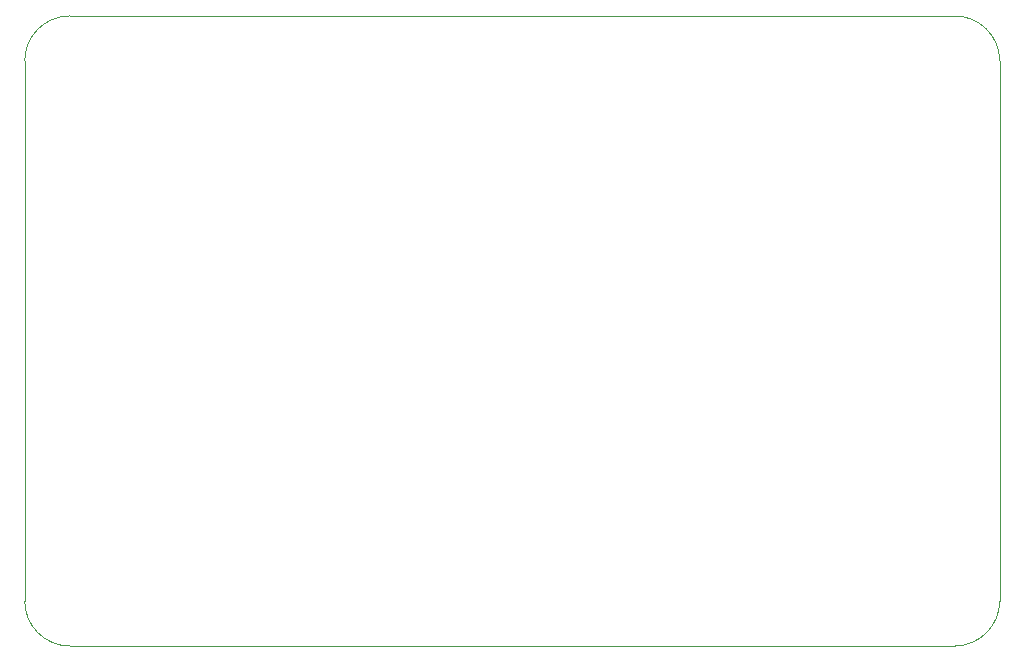
<source format=gbr>
%TF.GenerationSoftware,KiCad,Pcbnew,(5.1.9)-1*%
%TF.CreationDate,2021-02-04T20:28:27-06:00*%
%TF.ProjectId,Intel_10M02SCE144_Breakout_Board,496e7465-6c5f-4313-904d-303253434531,rev?*%
%TF.SameCoordinates,Original*%
%TF.FileFunction,Profile,NP*%
%FSLAX46Y46*%
G04 Gerber Fmt 4.6, Leading zero omitted, Abs format (unit mm)*
G04 Created by KiCad (PCBNEW (5.1.9)-1) date 2021-02-04 20:28:27*
%MOMM*%
%LPD*%
G01*
G04 APERTURE LIST*
%TA.AperFunction,Profile*%
%ADD10C,0.050000*%
%TD*%
G04 APERTURE END LIST*
D10*
X172720000Y-73660000D02*
X100330000Y-73660000D01*
X172720000Y-73660000D02*
G75*
G02*
X176530000Y-77470000I0J-3810000D01*
G01*
X100330000Y-73660000D02*
X97790000Y-73660000D01*
X176530000Y-123190000D02*
X176530000Y-77470000D01*
X97790000Y-127000000D02*
X172720000Y-127000000D01*
X93980000Y-77470000D02*
X93980000Y-123190000D01*
X93980000Y-77470000D02*
G75*
G02*
X97790000Y-73660000I3810000J0D01*
G01*
X97790000Y-127000000D02*
G75*
G02*
X93980000Y-123190000I0J3810000D01*
G01*
X176530000Y-123190000D02*
G75*
G02*
X172720000Y-127000000I-3810000J0D01*
G01*
M02*

</source>
